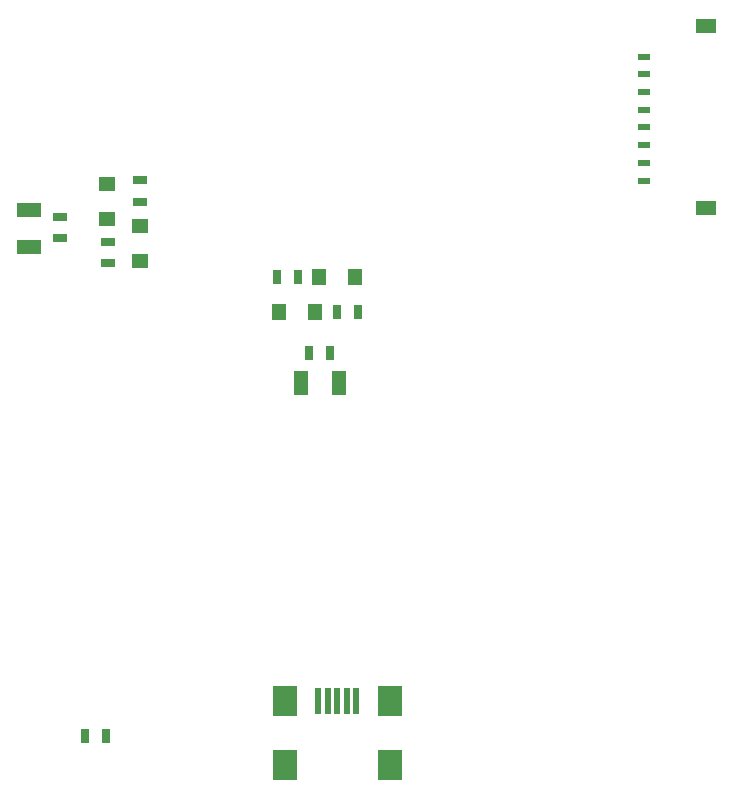
<source format=gtp>
G75*
%MOIN*%
%OFA0B0*%
%FSLAX25Y25*%
%IPPOS*%
%LPD*%
%AMOC8*
5,1,8,0,0,1.08239X$1,22.5*
%
%ADD10R,0.03937X0.02362*%
%ADD11R,0.07087X0.04921*%
%ADD12R,0.01969X0.08858*%
%ADD13R,0.07874X0.09843*%
%ADD14R,0.03150X0.04724*%
%ADD15R,0.04724X0.07874*%
%ADD16R,0.07874X0.04724*%
%ADD17R,0.04724X0.03150*%
%ADD18R,0.04724X0.05512*%
%ADD19R,0.05512X0.04724*%
D10*
X0393100Y0303533D03*
X0393100Y0309439D03*
X0393100Y0315344D03*
X0393100Y0321250D03*
X0393100Y0327156D03*
X0393100Y0333061D03*
X0393100Y0338967D03*
X0393100Y0344872D03*
D11*
X0413573Y0355128D03*
X0413573Y0294459D03*
D12*
X0297037Y0130108D03*
X0293888Y0130108D03*
X0290738Y0130108D03*
X0287589Y0130108D03*
X0284439Y0130108D03*
D13*
X0273219Y0129990D03*
X0273219Y0108652D03*
X0308258Y0108652D03*
X0308258Y0129990D03*
D14*
X0206486Y0118494D03*
X0213573Y0118494D03*
X0281226Y0246073D03*
X0288313Y0246073D03*
X0290596Y0259636D03*
X0297683Y0259636D03*
X0277691Y0271384D03*
X0270604Y0271384D03*
D15*
X0278719Y0236167D03*
X0291317Y0236167D03*
D16*
X0188041Y0281250D03*
X0188041Y0293848D03*
D17*
X0198219Y0291329D03*
X0198219Y0284242D03*
X0214234Y0283018D03*
X0214234Y0275931D03*
X0224809Y0296522D03*
X0224809Y0303608D03*
D18*
X0271333Y0259730D03*
X0283144Y0259730D03*
X0284722Y0271321D03*
X0296533Y0271321D03*
D19*
X0224856Y0276624D03*
X0224856Y0288435D03*
X0213998Y0290722D03*
X0213998Y0302533D03*
M02*

</source>
